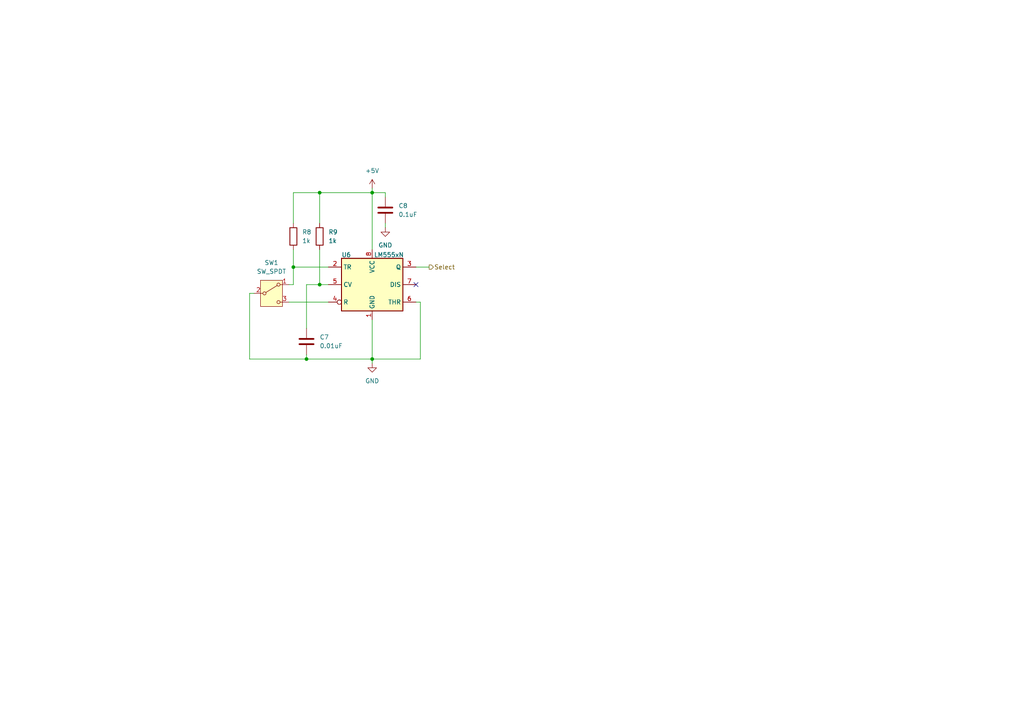
<source format=kicad_sch>
(kicad_sch
	(version 20231120)
	(generator "eeschema")
	(generator_version "8.0")
	(uuid "0519b602-23d3-4240-bbaf-adaccef7f59f")
	(paper "A4")
	(lib_symbols
		(symbol "Device:C"
			(pin_numbers hide)
			(pin_names
				(offset 0.254)
			)
			(exclude_from_sim no)
			(in_bom yes)
			(on_board yes)
			(property "Reference" "C"
				(at 0.635 2.54 0)
				(effects
					(font
						(size 1.27 1.27)
					)
					(justify left)
				)
			)
			(property "Value" "C"
				(at 0.635 -2.54 0)
				(effects
					(font
						(size 1.27 1.27)
					)
					(justify left)
				)
			)
			(property "Footprint" ""
				(at 0.9652 -3.81 0)
				(effects
					(font
						(size 1.27 1.27)
					)
					(hide yes)
				)
			)
			(property "Datasheet" "~"
				(at 0 0 0)
				(effects
					(font
						(size 1.27 1.27)
					)
					(hide yes)
				)
			)
			(property "Description" "Unpolarized capacitor"
				(at 0 0 0)
				(effects
					(font
						(size 1.27 1.27)
					)
					(hide yes)
				)
			)
			(property "ki_keywords" "cap capacitor"
				(at 0 0 0)
				(effects
					(font
						(size 1.27 1.27)
					)
					(hide yes)
				)
			)
			(property "ki_fp_filters" "C_*"
				(at 0 0 0)
				(effects
					(font
						(size 1.27 1.27)
					)
					(hide yes)
				)
			)
			(symbol "C_0_1"
				(polyline
					(pts
						(xy -2.032 -0.762) (xy 2.032 -0.762)
					)
					(stroke
						(width 0.508)
						(type default)
					)
					(fill
						(type none)
					)
				)
				(polyline
					(pts
						(xy -2.032 0.762) (xy 2.032 0.762)
					)
					(stroke
						(width 0.508)
						(type default)
					)
					(fill
						(type none)
					)
				)
			)
			(symbol "C_1_1"
				(pin passive line
					(at 0 3.81 270)
					(length 2.794)
					(name "~"
						(effects
							(font
								(size 1.27 1.27)
							)
						)
					)
					(number "1"
						(effects
							(font
								(size 1.27 1.27)
							)
						)
					)
				)
				(pin passive line
					(at 0 -3.81 90)
					(length 2.794)
					(name "~"
						(effects
							(font
								(size 1.27 1.27)
							)
						)
					)
					(number "2"
						(effects
							(font
								(size 1.27 1.27)
							)
						)
					)
				)
			)
		)
		(symbol "Device:R"
			(pin_numbers hide)
			(pin_names
				(offset 0)
			)
			(exclude_from_sim no)
			(in_bom yes)
			(on_board yes)
			(property "Reference" "R"
				(at 2.032 0 90)
				(effects
					(font
						(size 1.27 1.27)
					)
				)
			)
			(property "Value" "R"
				(at 0 0 90)
				(effects
					(font
						(size 1.27 1.27)
					)
				)
			)
			(property "Footprint" ""
				(at -1.778 0 90)
				(effects
					(font
						(size 1.27 1.27)
					)
					(hide yes)
				)
			)
			(property "Datasheet" "~"
				(at 0 0 0)
				(effects
					(font
						(size 1.27 1.27)
					)
					(hide yes)
				)
			)
			(property "Description" "Resistor"
				(at 0 0 0)
				(effects
					(font
						(size 1.27 1.27)
					)
					(hide yes)
				)
			)
			(property "ki_keywords" "R res resistor"
				(at 0 0 0)
				(effects
					(font
						(size 1.27 1.27)
					)
					(hide yes)
				)
			)
			(property "ki_fp_filters" "R_*"
				(at 0 0 0)
				(effects
					(font
						(size 1.27 1.27)
					)
					(hide yes)
				)
			)
			(symbol "R_0_1"
				(rectangle
					(start -1.016 -2.54)
					(end 1.016 2.54)
					(stroke
						(width 0.254)
						(type default)
					)
					(fill
						(type none)
					)
				)
			)
			(symbol "R_1_1"
				(pin passive line
					(at 0 3.81 270)
					(length 1.27)
					(name "~"
						(effects
							(font
								(size 1.27 1.27)
							)
						)
					)
					(number "1"
						(effects
							(font
								(size 1.27 1.27)
							)
						)
					)
				)
				(pin passive line
					(at 0 -3.81 90)
					(length 1.27)
					(name "~"
						(effects
							(font
								(size 1.27 1.27)
							)
						)
					)
					(number "2"
						(effects
							(font
								(size 1.27 1.27)
							)
						)
					)
				)
			)
		)
		(symbol "Switch:SW_SPDT"
			(pin_names
				(offset 0) hide)
			(exclude_from_sim no)
			(in_bom yes)
			(on_board yes)
			(property "Reference" "SW"
				(at 0 5.08 0)
				(effects
					(font
						(size 1.27 1.27)
					)
				)
			)
			(property "Value" "SW_SPDT"
				(at 0 -5.08 0)
				(effects
					(font
						(size 1.27 1.27)
					)
				)
			)
			(property "Footprint" ""
				(at 0 0 0)
				(effects
					(font
						(size 1.27 1.27)
					)
					(hide yes)
				)
			)
			(property "Datasheet" "~"
				(at 0 -7.62 0)
				(effects
					(font
						(size 1.27 1.27)
					)
					(hide yes)
				)
			)
			(property "Description" "Switch, single pole double throw"
				(at 0 0 0)
				(effects
					(font
						(size 1.27 1.27)
					)
					(hide yes)
				)
			)
			(property "ki_keywords" "switch single-pole double-throw spdt ON-ON"
				(at 0 0 0)
				(effects
					(font
						(size 1.27 1.27)
					)
					(hide yes)
				)
			)
			(symbol "SW_SPDT_0_1"
				(circle
					(center -2.032 0)
					(radius 0.4572)
					(stroke
						(width 0)
						(type default)
					)
					(fill
						(type none)
					)
				)
				(polyline
					(pts
						(xy -1.651 0.254) (xy 1.651 2.286)
					)
					(stroke
						(width 0)
						(type default)
					)
					(fill
						(type none)
					)
				)
				(circle
					(center 2.032 -2.54)
					(radius 0.4572)
					(stroke
						(width 0)
						(type default)
					)
					(fill
						(type none)
					)
				)
				(circle
					(center 2.032 2.54)
					(radius 0.4572)
					(stroke
						(width 0)
						(type default)
					)
					(fill
						(type none)
					)
				)
			)
			(symbol "SW_SPDT_1_1"
				(rectangle
					(start -3.175 3.81)
					(end 3.175 -3.81)
					(stroke
						(width 0)
						(type default)
					)
					(fill
						(type background)
					)
				)
				(pin passive line
					(at 5.08 2.54 180)
					(length 2.54)
					(name "A"
						(effects
							(font
								(size 1.27 1.27)
							)
						)
					)
					(number "1"
						(effects
							(font
								(size 1.27 1.27)
							)
						)
					)
				)
				(pin passive line
					(at -5.08 0 0)
					(length 2.54)
					(name "B"
						(effects
							(font
								(size 1.27 1.27)
							)
						)
					)
					(number "2"
						(effects
							(font
								(size 1.27 1.27)
							)
						)
					)
				)
				(pin passive line
					(at 5.08 -2.54 180)
					(length 2.54)
					(name "C"
						(effects
							(font
								(size 1.27 1.27)
							)
						)
					)
					(number "3"
						(effects
							(font
								(size 1.27 1.27)
							)
						)
					)
				)
			)
		)
		(symbol "Timer:LM555xN"
			(exclude_from_sim no)
			(in_bom yes)
			(on_board yes)
			(property "Reference" "U"
				(at -10.16 8.89 0)
				(effects
					(font
						(size 1.27 1.27)
					)
					(justify left)
				)
			)
			(property "Value" "LM555xN"
				(at 2.54 8.89 0)
				(effects
					(font
						(size 1.27 1.27)
					)
					(justify left)
				)
			)
			(property "Footprint" "Package_DIP:DIP-8_W7.62mm"
				(at 16.51 -10.16 0)
				(effects
					(font
						(size 1.27 1.27)
					)
					(hide yes)
				)
			)
			(property "Datasheet" "http://www.ti.com/lit/ds/symlink/lm555.pdf"
				(at 21.59 -10.16 0)
				(effects
					(font
						(size 1.27 1.27)
					)
					(hide yes)
				)
			)
			(property "Description" "Timer, 555 compatible, PDIP-8"
				(at 0 0 0)
				(effects
					(font
						(size 1.27 1.27)
					)
					(hide yes)
				)
			)
			(property "ki_keywords" "single timer 555"
				(at 0 0 0)
				(effects
					(font
						(size 1.27 1.27)
					)
					(hide yes)
				)
			)
			(property "ki_fp_filters" "DIP*W7.62mm*"
				(at 0 0 0)
				(effects
					(font
						(size 1.27 1.27)
					)
					(hide yes)
				)
			)
			(symbol "LM555xN_0_0"
				(pin power_in line
					(at 0 -10.16 90)
					(length 2.54)
					(name "GND"
						(effects
							(font
								(size 1.27 1.27)
							)
						)
					)
					(number "1"
						(effects
							(font
								(size 1.27 1.27)
							)
						)
					)
				)
				(pin power_in line
					(at 0 10.16 270)
					(length 2.54)
					(name "VCC"
						(effects
							(font
								(size 1.27 1.27)
							)
						)
					)
					(number "8"
						(effects
							(font
								(size 1.27 1.27)
							)
						)
					)
				)
			)
			(symbol "LM555xN_0_1"
				(rectangle
					(start -8.89 -7.62)
					(end 8.89 7.62)
					(stroke
						(width 0.254)
						(type default)
					)
					(fill
						(type background)
					)
				)
				(rectangle
					(start -8.89 -7.62)
					(end 8.89 7.62)
					(stroke
						(width 0.254)
						(type default)
					)
					(fill
						(type background)
					)
				)
			)
			(symbol "LM555xN_1_1"
				(pin input line
					(at -12.7 5.08 0)
					(length 3.81)
					(name "TR"
						(effects
							(font
								(size 1.27 1.27)
							)
						)
					)
					(number "2"
						(effects
							(font
								(size 1.27 1.27)
							)
						)
					)
				)
				(pin output line
					(at 12.7 5.08 180)
					(length 3.81)
					(name "Q"
						(effects
							(font
								(size 1.27 1.27)
							)
						)
					)
					(number "3"
						(effects
							(font
								(size 1.27 1.27)
							)
						)
					)
				)
				(pin input inverted
					(at -12.7 -5.08 0)
					(length 3.81)
					(name "R"
						(effects
							(font
								(size 1.27 1.27)
							)
						)
					)
					(number "4"
						(effects
							(font
								(size 1.27 1.27)
							)
						)
					)
				)
				(pin input line
					(at -12.7 0 0)
					(length 3.81)
					(name "CV"
						(effects
							(font
								(size 1.27 1.27)
							)
						)
					)
					(number "5"
						(effects
							(font
								(size 1.27 1.27)
							)
						)
					)
				)
				(pin input line
					(at 12.7 -5.08 180)
					(length 3.81)
					(name "THR"
						(effects
							(font
								(size 1.27 1.27)
							)
						)
					)
					(number "6"
						(effects
							(font
								(size 1.27 1.27)
							)
						)
					)
				)
				(pin input line
					(at 12.7 0 180)
					(length 3.81)
					(name "DIS"
						(effects
							(font
								(size 1.27 1.27)
							)
						)
					)
					(number "7"
						(effects
							(font
								(size 1.27 1.27)
							)
						)
					)
				)
			)
		)
		(symbol "power:+5V"
			(power)
			(pin_numbers hide)
			(pin_names
				(offset 0) hide)
			(exclude_from_sim no)
			(in_bom yes)
			(on_board yes)
			(property "Reference" "#PWR"
				(at 0 -3.81 0)
				(effects
					(font
						(size 1.27 1.27)
					)
					(hide yes)
				)
			)
			(property "Value" "+5V"
				(at 0 3.556 0)
				(effects
					(font
						(size 1.27 1.27)
					)
				)
			)
			(property "Footprint" ""
				(at 0 0 0)
				(effects
					(font
						(size 1.27 1.27)
					)
					(hide yes)
				)
			)
			(property "Datasheet" ""
				(at 0 0 0)
				(effects
					(font
						(size 1.27 1.27)
					)
					(hide yes)
				)
			)
			(property "Description" "Power symbol creates a global label with name \"+5V\""
				(at 0 0 0)
				(effects
					(font
						(size 1.27 1.27)
					)
					(hide yes)
				)
			)
			(property "ki_keywords" "global power"
				(at 0 0 0)
				(effects
					(font
						(size 1.27 1.27)
					)
					(hide yes)
				)
			)
			(symbol "+5V_0_1"
				(polyline
					(pts
						(xy -0.762 1.27) (xy 0 2.54)
					)
					(stroke
						(width 0)
						(type default)
					)
					(fill
						(type none)
					)
				)
				(polyline
					(pts
						(xy 0 0) (xy 0 2.54)
					)
					(stroke
						(width 0)
						(type default)
					)
					(fill
						(type none)
					)
				)
				(polyline
					(pts
						(xy 0 2.54) (xy 0.762 1.27)
					)
					(stroke
						(width 0)
						(type default)
					)
					(fill
						(type none)
					)
				)
			)
			(symbol "+5V_1_1"
				(pin power_in line
					(at 0 0 90)
					(length 0)
					(name "~"
						(effects
							(font
								(size 1.27 1.27)
							)
						)
					)
					(number "1"
						(effects
							(font
								(size 1.27 1.27)
							)
						)
					)
				)
			)
		)
		(symbol "power:GND"
			(power)
			(pin_numbers hide)
			(pin_names
				(offset 0) hide)
			(exclude_from_sim no)
			(in_bom yes)
			(on_board yes)
			(property "Reference" "#PWR"
				(at 0 -6.35 0)
				(effects
					(font
						(size 1.27 1.27)
					)
					(hide yes)
				)
			)
			(property "Value" "GND"
				(at 0 -3.81 0)
				(effects
					(font
						(size 1.27 1.27)
					)
				)
			)
			(property "Footprint" ""
				(at 0 0 0)
				(effects
					(font
						(size 1.27 1.27)
					)
					(hide yes)
				)
			)
			(property "Datasheet" ""
				(at 0 0 0)
				(effects
					(font
						(size 1.27 1.27)
					)
					(hide yes)
				)
			)
			(property "Description" "Power symbol creates a global label with name \"GND\" , ground"
				(at 0 0 0)
				(effects
					(font
						(size 1.27 1.27)
					)
					(hide yes)
				)
			)
			(property "ki_keywords" "global power"
				(at 0 0 0)
				(effects
					(font
						(size 1.27 1.27)
					)
					(hide yes)
				)
			)
			(symbol "GND_0_1"
				(polyline
					(pts
						(xy 0 0) (xy 0 -1.27) (xy 1.27 -1.27) (xy 0 -2.54) (xy -1.27 -1.27) (xy 0 -1.27)
					)
					(stroke
						(width 0)
						(type default)
					)
					(fill
						(type none)
					)
				)
			)
			(symbol "GND_1_1"
				(pin power_in line
					(at 0 0 270)
					(length 0)
					(name "~"
						(effects
							(font
								(size 1.27 1.27)
							)
						)
					)
					(number "1"
						(effects
							(font
								(size 1.27 1.27)
							)
						)
					)
				)
			)
		)
	)
	(junction
		(at 92.71 55.88)
		(diameter 0)
		(color 0 0 0 0)
		(uuid "44671803-56ee-448e-b0c8-3bb1277cd75b")
	)
	(junction
		(at 107.95 55.88)
		(diameter 0)
		(color 0 0 0 0)
		(uuid "6faf455c-c81e-47de-bd9e-55f139e5ce26")
	)
	(junction
		(at 107.95 104.14)
		(diameter 0)
		(color 0 0 0 0)
		(uuid "808a2299-e826-41cb-bcfb-98fc3f44807a")
	)
	(junction
		(at 85.09 77.47)
		(diameter 0)
		(color 0 0 0 0)
		(uuid "aa03d085-8eff-482b-b5f1-042a817cdd28")
	)
	(junction
		(at 92.71 82.55)
		(diameter 0)
		(color 0 0 0 0)
		(uuid "ae52474a-daa2-4075-86ac-e3dfee025ddf")
	)
	(junction
		(at 88.9 104.14)
		(diameter 0)
		(color 0 0 0 0)
		(uuid "b530410f-89d2-424d-a872-ddb4ef108575")
	)
	(no_connect
		(at 120.65 82.55)
		(uuid "c24bb2e7-9ff9-4ab8-8436-496e772f4664")
	)
	(wire
		(pts
			(xy 72.39 104.14) (xy 88.9 104.14)
		)
		(stroke
			(width 0)
			(type default)
		)
		(uuid "0225f5c2-0bd2-4bef-95c2-351783586145")
	)
	(wire
		(pts
			(xy 107.95 54.61) (xy 107.95 55.88)
		)
		(stroke
			(width 0)
			(type default)
		)
		(uuid "0e1be54f-0787-4ff4-acf6-8a5b7914f81e")
	)
	(wire
		(pts
			(xy 121.92 87.63) (xy 121.92 104.14)
		)
		(stroke
			(width 0)
			(type default)
		)
		(uuid "143eacb1-e6d8-4a7f-bb5f-d64c8dad3db9")
	)
	(wire
		(pts
			(xy 85.09 82.55) (xy 85.09 77.47)
		)
		(stroke
			(width 0)
			(type default)
		)
		(uuid "169c5ee1-f723-4284-8658-76c94baa7675")
	)
	(wire
		(pts
			(xy 107.95 92.71) (xy 107.95 104.14)
		)
		(stroke
			(width 0)
			(type default)
		)
		(uuid "2d28ea94-e73c-4d14-8195-7429eb980eed")
	)
	(wire
		(pts
			(xy 107.95 55.88) (xy 107.95 72.39)
		)
		(stroke
			(width 0)
			(type default)
		)
		(uuid "2e84eaf8-f8fa-43b0-9ec1-1446707ce6de")
	)
	(wire
		(pts
			(xy 92.71 55.88) (xy 92.71 64.77)
		)
		(stroke
			(width 0)
			(type default)
		)
		(uuid "33637750-a133-4540-a6e5-2c6195665182")
	)
	(wire
		(pts
			(xy 120.65 77.47) (xy 124.46 77.47)
		)
		(stroke
			(width 0)
			(type default)
		)
		(uuid "35b2cb8c-dab9-4e07-999c-3baad010da32")
	)
	(wire
		(pts
			(xy 88.9 102.87) (xy 88.9 104.14)
		)
		(stroke
			(width 0)
			(type default)
		)
		(uuid "3aba3b9d-1138-4c31-82d4-f3d81bd6e762")
	)
	(wire
		(pts
			(xy 92.71 55.88) (xy 107.95 55.88)
		)
		(stroke
			(width 0)
			(type default)
		)
		(uuid "3fab15e1-00fd-4ea9-894c-781f8c5b6a00")
	)
	(wire
		(pts
			(xy 107.95 104.14) (xy 107.95 105.41)
		)
		(stroke
			(width 0)
			(type default)
		)
		(uuid "4920a237-82e6-4d33-9a00-cce912d8046e")
	)
	(wire
		(pts
			(xy 83.82 87.63) (xy 95.25 87.63)
		)
		(stroke
			(width 0)
			(type default)
		)
		(uuid "535b5847-c003-4146-867d-f2f0742260f8")
	)
	(wire
		(pts
			(xy 92.71 82.55) (xy 95.25 82.55)
		)
		(stroke
			(width 0)
			(type default)
		)
		(uuid "564414bd-4d95-43d2-9c5a-cc7aa3eb91d7")
	)
	(wire
		(pts
			(xy 85.09 72.39) (xy 85.09 77.47)
		)
		(stroke
			(width 0)
			(type default)
		)
		(uuid "58de1b79-82b0-403f-9df0-96a89663201e")
	)
	(wire
		(pts
			(xy 88.9 82.55) (xy 88.9 95.25)
		)
		(stroke
			(width 0)
			(type default)
		)
		(uuid "61b88737-fa80-45aa-bd2b-c72a1299dace")
	)
	(wire
		(pts
			(xy 111.76 64.77) (xy 111.76 66.04)
		)
		(stroke
			(width 0)
			(type default)
		)
		(uuid "66133113-dc2d-4545-93b0-6af9c4506f95")
	)
	(wire
		(pts
			(xy 88.9 82.55) (xy 92.71 82.55)
		)
		(stroke
			(width 0)
			(type default)
		)
		(uuid "68eaf363-5de5-4fb0-961f-1f9482b0f062")
	)
	(wire
		(pts
			(xy 88.9 104.14) (xy 107.95 104.14)
		)
		(stroke
			(width 0)
			(type default)
		)
		(uuid "708d9a98-6ffb-4e99-aa86-35a5e812684f")
	)
	(wire
		(pts
			(xy 121.92 104.14) (xy 107.95 104.14)
		)
		(stroke
			(width 0)
			(type default)
		)
		(uuid "73af0215-5a68-453c-a7c5-14b650bdad02")
	)
	(wire
		(pts
			(xy 72.39 85.09) (xy 72.39 104.14)
		)
		(stroke
			(width 0)
			(type default)
		)
		(uuid "7a1cc259-8e33-43ab-aa65-342cc938935b")
	)
	(wire
		(pts
			(xy 83.82 82.55) (xy 85.09 82.55)
		)
		(stroke
			(width 0)
			(type default)
		)
		(uuid "83b4ca10-3086-4f4a-b9fd-57bd7b5573d4")
	)
	(wire
		(pts
			(xy 111.76 55.88) (xy 107.95 55.88)
		)
		(stroke
			(width 0)
			(type default)
		)
		(uuid "885c2558-80ce-49dc-a1ce-79f7958b4868")
	)
	(wire
		(pts
			(xy 73.66 85.09) (xy 72.39 85.09)
		)
		(stroke
			(width 0)
			(type default)
		)
		(uuid "9c02d2fe-fb3a-445f-9596-ed13eb836e54")
	)
	(wire
		(pts
			(xy 85.09 77.47) (xy 95.25 77.47)
		)
		(stroke
			(width 0)
			(type default)
		)
		(uuid "b8a56016-8eec-4a96-9249-619ab6e8e590")
	)
	(wire
		(pts
			(xy 111.76 57.15) (xy 111.76 55.88)
		)
		(stroke
			(width 0)
			(type default)
		)
		(uuid "be979842-849b-4404-b28d-fbce7c4054e4")
	)
	(wire
		(pts
			(xy 120.65 87.63) (xy 121.92 87.63)
		)
		(stroke
			(width 0)
			(type default)
		)
		(uuid "cd2d4fdc-c07b-41d3-a51e-146c3fcdee84")
	)
	(wire
		(pts
			(xy 85.09 64.77) (xy 85.09 55.88)
		)
		(stroke
			(width 0)
			(type default)
		)
		(uuid "d061012e-7edf-400c-8433-1223a1b3616d")
	)
	(wire
		(pts
			(xy 85.09 55.88) (xy 92.71 55.88)
		)
		(stroke
			(width 0)
			(type default)
		)
		(uuid "f10b646f-eb29-4afe-90a2-5e694e4346de")
	)
	(wire
		(pts
			(xy 92.71 72.39) (xy 92.71 82.55)
		)
		(stroke
			(width 0)
			(type default)
		)
		(uuid "f389ecbc-afab-48e9-8988-f21b7ea54c7b")
	)
	(hierarchical_label "Select"
		(shape output)
		(at 124.46 77.47 0)
		(fields_autoplaced yes)
		(effects
			(font
				(size 1.27 1.27)
			)
			(justify left)
		)
		(uuid "c974ab67-465d-4dcf-b1b8-ab82da070a34")
	)
	(symbol
		(lib_id "Device:C")
		(at 111.76 60.96 0)
		(unit 1)
		(exclude_from_sim no)
		(in_bom yes)
		(on_board yes)
		(dnp no)
		(fields_autoplaced yes)
		(uuid "0b3e618f-677f-42ff-b675-b208bca42aee")
		(property "Reference" "C8"
			(at 115.57 59.6899 0)
			(effects
				(font
					(size 1.27 1.27)
				)
				(justify left)
			)
		)
		(property "Value" "0.1uF"
			(at 115.57 62.2299 0)
			(effects
				(font
					(size 1.27 1.27)
				)
				(justify left)
			)
		)
		(property "Footprint" "Capacitor_THT:C_Disc_D5.0mm_W2.5mm_P2.50mm"
			(at 112.7252 64.77 0)
			(effects
				(font
					(size 1.27 1.27)
				)
				(hide yes)
			)
		)
		(property "Datasheet" "~"
			(at 111.76 60.96 0)
			(effects
				(font
					(size 1.27 1.27)
				)
				(hide yes)
			)
		)
		(property "Description" "Unpolarized capacitor"
			(at 111.76 60.96 0)
			(effects
				(font
					(size 1.27 1.27)
				)
				(hide yes)
			)
		)
		(pin "2"
			(uuid "3a101095-7e71-486d-b155-9e7b00e70d92")
		)
		(pin "1"
			(uuid "52e67328-3cb1-4418-b238-9b55f178760a")
		)
		(instances
			(project "ClockModule"
				(path "/54ad16a3-0854-4bc5-acd6-428be9af167c/10dbb702-cc39-4cd2-b6f4-ff0e2a770f1f/ba083626-d044-4825-b21f-217c89750988"
					(reference "C8")
					(unit 1)
				)
			)
		)
	)
	(symbol
		(lib_id "Timer:LM555xN")
		(at 107.95 82.55 0)
		(unit 1)
		(exclude_from_sim no)
		(in_bom yes)
		(on_board yes)
		(dnp no)
		(uuid "116894e9-361f-4b2f-9ef2-efa51de6496e")
		(property "Reference" "U6"
			(at 99.06 73.914 0)
			(effects
				(font
					(size 1.27 1.27)
				)
				(justify left)
			)
		)
		(property "Value" "LM555xN"
			(at 108.458 73.914 0)
			(effects
				(font
					(size 1.27 1.27)
				)
				(justify left)
			)
		)
		(property "Footprint" "Package_DIP:DIP-8_W7.62mm"
			(at 124.46 92.71 0)
			(effects
				(font
					(size 1.27 1.27)
				)
				(hide yes)
			)
		)
		(property "Datasheet" "http://www.ti.com/lit/ds/symlink/lm555.pdf"
			(at 129.54 92.71 0)
			(effects
				(font
					(size 1.27 1.27)
				)
				(hide yes)
			)
		)
		(property "Description" "Timer, 555 compatible, PDIP-8"
			(at 107.95 82.55 0)
			(effects
				(font
					(size 1.27 1.27)
				)
				(hide yes)
			)
		)
		(pin "3"
			(uuid "05ca2bbd-5eec-4cb4-8ed0-b3b80c907824")
		)
		(pin "7"
			(uuid "e057320c-65fa-4a1e-9181-6949e532ce93")
		)
		(pin "6"
			(uuid "15854618-49fd-40dc-9e6c-3e8d6cd7497f")
		)
		(pin "5"
			(uuid "65f657f9-2e94-4bb9-8970-47c568d874fc")
		)
		(pin "8"
			(uuid "3f3c1a92-f130-447f-8be2-27b5eebea4bf")
		)
		(pin "1"
			(uuid "ae14ab76-73bb-4047-8b08-5cb3b7f73daf")
		)
		(pin "2"
			(uuid "d42df17f-55b4-49dd-a65a-95162dce22c8")
		)
		(pin "4"
			(uuid "70ba7544-3b25-46b6-90ba-f338a1228a0f")
		)
		(instances
			(project "ClockModule"
				(path "/54ad16a3-0854-4bc5-acd6-428be9af167c/10dbb702-cc39-4cd2-b6f4-ff0e2a770f1f/ba083626-d044-4825-b21f-217c89750988"
					(reference "U6")
					(unit 1)
				)
			)
		)
	)
	(symbol
		(lib_id "power:+5V")
		(at 107.95 54.61 0)
		(unit 1)
		(exclude_from_sim no)
		(in_bom yes)
		(on_board yes)
		(dnp no)
		(fields_autoplaced yes)
		(uuid "1c97ddf1-82c1-474b-92c3-2ede1afa95b2")
		(property "Reference" "#PWR016"
			(at 107.95 58.42 0)
			(effects
				(font
					(size 1.27 1.27)
				)
				(hide yes)
			)
		)
		(property "Value" "+5V"
			(at 107.95 49.53 0)
			(effects
				(font
					(size 1.27 1.27)
				)
			)
		)
		(property "Footprint" ""
			(at 107.95 54.61 0)
			(effects
				(font
					(size 1.27 1.27)
				)
				(hide yes)
			)
		)
		(property "Datasheet" ""
			(at 107.95 54.61 0)
			(effects
				(font
					(size 1.27 1.27)
				)
				(hide yes)
			)
		)
		(property "Description" "Power symbol creates a global label with name \"+5V\""
			(at 107.95 54.61 0)
			(effects
				(font
					(size 1.27 1.27)
				)
				(hide yes)
			)
		)
		(pin "1"
			(uuid "e6acede8-f179-42a4-aa9b-f2821879d4e4")
		)
		(instances
			(project "ClockModule"
				(path "/54ad16a3-0854-4bc5-acd6-428be9af167c/10dbb702-cc39-4cd2-b6f4-ff0e2a770f1f/ba083626-d044-4825-b21f-217c89750988"
					(reference "#PWR016")
					(unit 1)
				)
			)
		)
	)
	(symbol
		(lib_id "Device:R")
		(at 92.71 68.58 180)
		(unit 1)
		(exclude_from_sim no)
		(in_bom yes)
		(on_board yes)
		(dnp no)
		(fields_autoplaced yes)
		(uuid "37a4382c-0664-4193-a7b5-1bb88d6aee31")
		(property "Reference" "R9"
			(at 95.25 67.3099 0)
			(effects
				(font
					(size 1.27 1.27)
				)
				(justify right)
			)
		)
		(property "Value" "1k"
			(at 95.25 69.8499 0)
			(effects
				(font
					(size 1.27 1.27)
				)
				(justify right)
			)
		)
		(property "Footprint" "_DownloadFootprints:CF_series_Resistors_THT"
			(at 94.488 68.58 90)
			(effects
				(font
					(size 1.27 1.27)
				)
				(hide yes)
			)
		)
		(property "Datasheet" "~"
			(at 92.71 68.58 0)
			(effects
				(font
					(size 1.27 1.27)
				)
				(hide yes)
			)
		)
		(property "Description" "Resistor"
			(at 92.71 68.58 0)
			(effects
				(font
					(size 1.27 1.27)
				)
				(hide yes)
			)
		)
		(pin "1"
			(uuid "9b50a53c-2680-4553-999e-c1b02ad99651")
		)
		(pin "2"
			(uuid "3abe922b-7986-4216-8e5d-c24f0ec4f5b7")
		)
		(instances
			(project "ClockModule"
				(path "/54ad16a3-0854-4bc5-acd6-428be9af167c/10dbb702-cc39-4cd2-b6f4-ff0e2a770f1f/ba083626-d044-4825-b21f-217c89750988"
					(reference "R9")
					(unit 1)
				)
			)
		)
	)
	(symbol
		(lib_id "power:GND")
		(at 111.76 66.04 0)
		(unit 1)
		(exclude_from_sim no)
		(in_bom yes)
		(on_board yes)
		(dnp no)
		(fields_autoplaced yes)
		(uuid "3912577e-9a1f-440c-a998-7305e888f17d")
		(property "Reference" "#PWR018"
			(at 111.76 72.39 0)
			(effects
				(font
					(size 1.27 1.27)
				)
				(hide yes)
			)
		)
		(property "Value" "GND"
			(at 111.76 71.12 0)
			(effects
				(font
					(size 1.27 1.27)
				)
			)
		)
		(property "Footprint" ""
			(at 111.76 66.04 0)
			(effects
				(font
					(size 1.27 1.27)
				)
				(hide yes)
			)
		)
		(property "Datasheet" ""
			(at 111.76 66.04 0)
			(effects
				(font
					(size 1.27 1.27)
				)
				(hide yes)
			)
		)
		(property "Description" "Power symbol creates a global label with name \"GND\" , ground"
			(at 111.76 66.04 0)
			(effects
				(font
					(size 1.27 1.27)
				)
				(hide yes)
			)
		)
		(pin "1"
			(uuid "93654ab5-5f63-41e5-bafe-221f96157ccb")
		)
		(instances
			(project "ClockModule"
				(path "/54ad16a3-0854-4bc5-acd6-428be9af167c/10dbb702-cc39-4cd2-b6f4-ff0e2a770f1f/ba083626-d044-4825-b21f-217c89750988"
					(reference "#PWR018")
					(unit 1)
				)
			)
		)
	)
	(symbol
		(lib_id "power:GND")
		(at 107.95 105.41 0)
		(unit 1)
		(exclude_from_sim no)
		(in_bom yes)
		(on_board yes)
		(dnp no)
		(fields_autoplaced yes)
		(uuid "830ab204-66fb-4b8c-b593-f925c7519af7")
		(property "Reference" "#PWR017"
			(at 107.95 111.76 0)
			(effects
				(font
					(size 1.27 1.27)
				)
				(hide yes)
			)
		)
		(property "Value" "GND"
			(at 107.95 110.49 0)
			(effects
				(font
					(size 1.27 1.27)
				)
			)
		)
		(property "Footprint" ""
			(at 107.95 105.41 0)
			(effects
				(font
					(size 1.27 1.27)
				)
				(hide yes)
			)
		)
		(property "Datasheet" ""
			(at 107.95 105.41 0)
			(effects
				(font
					(size 1.27 1.27)
				)
				(hide yes)
			)
		)
		(property "Description" "Power symbol creates a global label with name \"GND\" , ground"
			(at 107.95 105.41 0)
			(effects
				(font
					(size 1.27 1.27)
				)
				(hide yes)
			)
		)
		(pin "1"
			(uuid "695a1e4b-d9c3-4fad-99d8-23c4f47a65dd")
		)
		(instances
			(project "ClockModule"
				(path "/54ad16a3-0854-4bc5-acd6-428be9af167c/10dbb702-cc39-4cd2-b6f4-ff0e2a770f1f/ba083626-d044-4825-b21f-217c89750988"
					(reference "#PWR017")
					(unit 1)
				)
			)
		)
	)
	(symbol
		(lib_id "Device:C")
		(at 88.9 99.06 0)
		(unit 1)
		(exclude_from_sim no)
		(in_bom yes)
		(on_board yes)
		(dnp no)
		(fields_autoplaced yes)
		(uuid "9ac805f4-60db-4a9b-8af9-66553e1efbd8")
		(property "Reference" "C7"
			(at 92.71 97.7899 0)
			(effects
				(font
					(size 1.27 1.27)
				)
				(justify left)
			)
		)
		(property "Value" "0.01uF"
			(at 92.71 100.3299 0)
			(effects
				(font
					(size 1.27 1.27)
				)
				(justify left)
			)
		)
		(property "Footprint" "Capacitor_THT:C_Disc_D5.0mm_W2.5mm_P2.50mm"
			(at 89.8652 102.87 0)
			(effects
				(font
					(size 1.27 1.27)
				)
				(hide yes)
			)
		)
		(property "Datasheet" "~"
			(at 88.9 99.06 0)
			(effects
				(font
					(size 1.27 1.27)
				)
				(hide yes)
			)
		)
		(property "Description" "Unpolarized capacitor"
			(at 88.9 99.06 0)
			(effects
				(font
					(size 1.27 1.27)
				)
				(hide yes)
			)
		)
		(pin "2"
			(uuid "0fc12028-a405-4253-bc64-1db377f39a0d")
		)
		(pin "1"
			(uuid "b2bb6070-7919-4ebd-a5bf-27ae206f9857")
		)
		(instances
			(project "ClockModule"
				(path "/54ad16a3-0854-4bc5-acd6-428be9af167c/10dbb702-cc39-4cd2-b6f4-ff0e2a770f1f/ba083626-d044-4825-b21f-217c89750988"
					(reference "C7")
					(unit 1)
				)
			)
		)
	)
	(symbol
		(lib_id "Switch:SW_SPDT")
		(at 78.74 85.09 0)
		(unit 1)
		(exclude_from_sim no)
		(in_bom yes)
		(on_board yes)
		(dnp no)
		(fields_autoplaced yes)
		(uuid "f1a7690e-32f7-4b66-8c75-030e7db11c19")
		(property "Reference" "SW1"
			(at 78.74 76.2 0)
			(effects
				(font
					(size 1.27 1.27)
				)
			)
		)
		(property "Value" "SW_SPDT"
			(at 78.74 78.74 0)
			(effects
				(font
					(size 1.27 1.27)
				)
			)
		)
		(property "Footprint" "8BitCPUFootprints:DoubleThrowSwitch"
			(at 78.74 85.09 0)
			(effects
				(font
					(size 1.27 1.27)
				)
				(hide yes)
			)
		)
		(property "Datasheet" "~"
			(at 78.74 92.71 0)
			(effects
				(font
					(size 1.27 1.27)
				)
				(hide yes)
			)
		)
		(property "Description" "Switch, single pole double throw"
			(at 78.74 85.09 0)
			(effects
				(font
					(size 1.27 1.27)
				)
				(hide yes)
			)
		)
		(pin "1"
			(uuid "2dbc5496-0987-476b-8326-bb56cce876bf")
		)
		(pin "3"
			(uuid "73a1a8f5-82b6-41ef-897d-bc3076a2be1a")
		)
		(pin "2"
			(uuid "e2d99ba2-596b-470a-bf8d-7f171436360b")
		)
		(instances
			(project ""
				(path "/54ad16a3-0854-4bc5-acd6-428be9af167c/10dbb702-cc39-4cd2-b6f4-ff0e2a770f1f/ba083626-d044-4825-b21f-217c89750988"
					(reference "SW1")
					(unit 1)
				)
			)
		)
	)
	(symbol
		(lib_id "Device:R")
		(at 85.09 68.58 180)
		(unit 1)
		(exclude_from_sim no)
		(in_bom yes)
		(on_board yes)
		(dnp no)
		(fields_autoplaced yes)
		(uuid "faf9e588-6c27-4588-85d5-3fb045b8a5c1")
		(property "Reference" "R8"
			(at 87.63 67.3099 0)
			(effects
				(font
					(size 1.27 1.27)
				)
				(justify right)
			)
		)
		(property "Value" "1k"
			(at 87.63 69.8499 0)
			(effects
				(font
					(size 1.27 1.27)
				)
				(justify right)
			)
		)
		(property "Footprint" "_DownloadFootprints:CF_series_Resistors_THT"
			(at 86.868 68.58 90)
			(effects
				(font
					(size 1.27 1.27)
				)
				(hide yes)
			)
		)
		(property "Datasheet" "~"
			(at 85.09 68.58 0)
			(effects
				(font
					(size 1.27 1.27)
				)
				(hide yes)
			)
		)
		(property "Description" "Resistor"
			(at 85.09 68.58 0)
			(effects
				(font
					(size 1.27 1.27)
				)
				(hide yes)
			)
		)
		(pin "1"
			(uuid "5b6d3f88-9247-46ab-bd44-a488f1ba8fb1")
		)
		(pin "2"
			(uuid "87470afd-f816-42e2-9eae-91f3ea3103dc")
		)
		(instances
			(project "ClockModule"
				(path "/54ad16a3-0854-4bc5-acd6-428be9af167c/10dbb702-cc39-4cd2-b6f4-ff0e2a770f1f/ba083626-d044-4825-b21f-217c89750988"
					(reference "R8")
					(unit 1)
				)
			)
		)
	)
)

</source>
